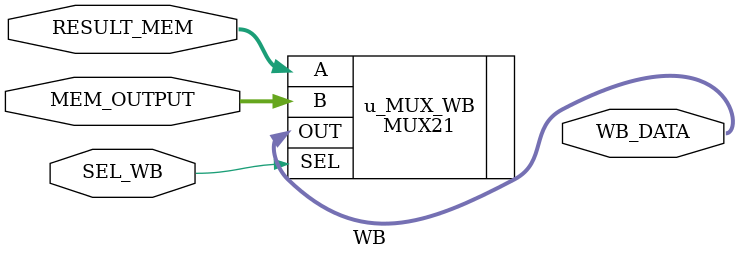
<source format=sv>
module WB #(
	parameter BITS = 32)
(
    //DATA
    input logic SEL_WB,
	input logic [BITS-1:0] RESULT_MEM,
	input logic [BITS-1:0] MEM_OUTPUT,
	
	output logic [BITS-1:0] WB_DATA
);
										

MUX21 #(32) u_MUX_WB(
	.SEL(SEL_WB),
	.A(RESULT_MEM),
	.B(MEM_OUTPUT),
	.OUT(WB_DATA)
);
endmodule

</source>
